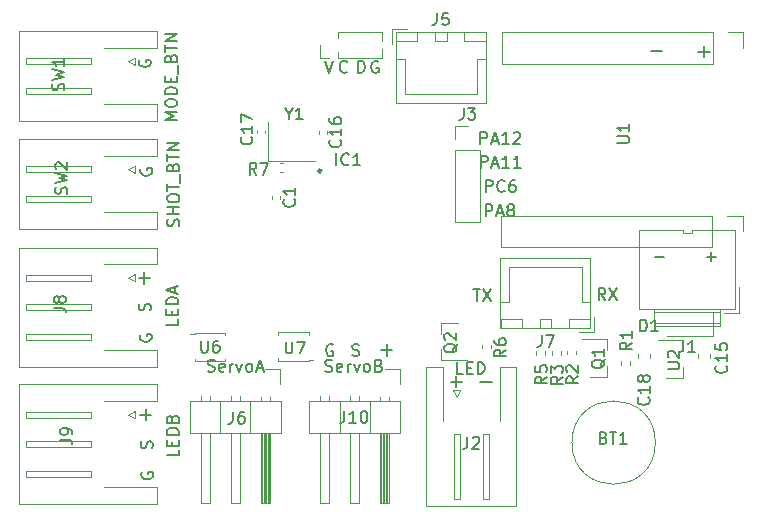
<source format=gto>
G04 #@! TF.GenerationSoftware,KiCad,Pcbnew,(5.1.10)-1*
G04 #@! TF.CreationDate,2021-05-29T18:44:49+08:00*
G04 #@! TF.ProjectId,Light_detector_V1.0,4c696768-745f-4646-9574-6563746f725f,rev?*
G04 #@! TF.SameCoordinates,Original*
G04 #@! TF.FileFunction,Legend,Top*
G04 #@! TF.FilePolarity,Positive*
%FSLAX46Y46*%
G04 Gerber Fmt 4.6, Leading zero omitted, Abs format (unit mm)*
G04 Created by KiCad (PCBNEW (5.1.10)-1) date 2021-05-29 18:44:49*
%MOMM*%
%LPD*%
G01*
G04 APERTURE LIST*
%ADD10C,0.152400*%
%ADD11C,0.203200*%
%ADD12C,0.120000*%
%ADD13C,0.250000*%
%ADD14C,0.150000*%
G04 APERTURE END LIST*
D10*
X76581384Y-42202019D02*
X77161956Y-42202019D01*
X76871670Y-43218019D02*
X76871670Y-42202019D01*
X77403860Y-42202019D02*
X78081194Y-43218019D01*
X78081194Y-42202019D02*
X77403860Y-43218019D01*
X87760166Y-43174839D02*
X87421500Y-42691029D01*
X87179595Y-43174839D02*
X87179595Y-42158839D01*
X87566642Y-42158839D01*
X87663404Y-42207220D01*
X87711785Y-42255600D01*
X87760166Y-42352362D01*
X87760166Y-42497505D01*
X87711785Y-42594267D01*
X87663404Y-42642648D01*
X87566642Y-42691029D01*
X87179595Y-42691029D01*
X88098833Y-42158839D02*
X88776166Y-43174839D01*
X88776166Y-42158839D02*
X88098833Y-43174839D01*
X91934112Y-39488331D02*
X92708207Y-39488331D01*
X96325772Y-39508651D02*
X97099867Y-39508651D01*
X96712820Y-39895699D02*
X96712820Y-39121603D01*
X49194258Y-44051985D02*
X49242639Y-43906842D01*
X49242639Y-43664938D01*
X49194258Y-43568176D01*
X49145877Y-43519795D01*
X49049115Y-43471414D01*
X48952353Y-43471414D01*
X48855591Y-43519795D01*
X48807210Y-43568176D01*
X48758829Y-43664938D01*
X48710448Y-43858461D01*
X48662067Y-43955223D01*
X48613686Y-44003604D01*
X48516924Y-44051985D01*
X48420162Y-44051985D01*
X48323400Y-44003604D01*
X48275020Y-43955223D01*
X48226639Y-43858461D01*
X48226639Y-43616557D01*
X48275020Y-43471414D01*
X49361898Y-55705505D02*
X49410279Y-55560362D01*
X49410279Y-55318458D01*
X49361898Y-55221696D01*
X49313517Y-55173315D01*
X49216755Y-55124934D01*
X49119993Y-55124934D01*
X49023231Y-55173315D01*
X48974850Y-55221696D01*
X48926469Y-55318458D01*
X48878088Y-55511981D01*
X48829707Y-55608743D01*
X48781326Y-55657124D01*
X48684564Y-55705505D01*
X48587802Y-55705505D01*
X48491040Y-55657124D01*
X48442660Y-55608743D01*
X48394279Y-55511981D01*
X48394279Y-55270077D01*
X48442660Y-55124934D01*
D11*
X48830554Y-53359029D02*
X48830554Y-52391410D01*
X49314363Y-52875220D02*
X48346744Y-52875220D01*
X48718794Y-41781709D02*
X48718794Y-40814090D01*
X49202603Y-41297900D02*
X48234984Y-41297900D01*
X78139009Y-50145445D02*
X77171390Y-50145445D01*
D10*
X75681257Y-49435939D02*
X75197447Y-49435939D01*
X75197447Y-48419939D01*
X76019923Y-48903748D02*
X76358590Y-48903748D01*
X76503733Y-49435939D02*
X76019923Y-49435939D01*
X76019923Y-48419939D01*
X76503733Y-48419939D01*
X76939161Y-49435939D02*
X76939161Y-48419939D01*
X77181066Y-48419939D01*
X77326209Y-48468320D01*
X77422971Y-48565081D01*
X77471352Y-48661843D01*
X77519733Y-48855367D01*
X77519733Y-49000510D01*
X77471352Y-49194034D01*
X77422971Y-49290796D01*
X77326209Y-49387558D01*
X77181066Y-49435939D01*
X76939161Y-49435939D01*
D11*
X75144954Y-50567569D02*
X75144954Y-49599950D01*
X75628763Y-50083760D02*
X74661144Y-50083760D01*
X92566209Y-22080985D02*
X91598590Y-22080985D01*
X96084714Y-22630109D02*
X96084714Y-21662490D01*
X96568523Y-22146300D02*
X95600904Y-22146300D01*
D10*
X77167157Y-29959219D02*
X77167157Y-28943219D01*
X77554204Y-28943219D01*
X77650966Y-28991600D01*
X77699347Y-29039980D01*
X77747728Y-29136742D01*
X77747728Y-29281885D01*
X77699347Y-29378647D01*
X77650966Y-29427028D01*
X77554204Y-29475409D01*
X77167157Y-29475409D01*
X78134776Y-29668933D02*
X78618585Y-29668933D01*
X78038014Y-29959219D02*
X78376680Y-28943219D01*
X78715347Y-29959219D01*
X79586204Y-29959219D02*
X79005633Y-29959219D01*
X79295919Y-29959219D02*
X79295919Y-28943219D01*
X79199157Y-29088361D01*
X79102395Y-29185123D01*
X79005633Y-29233504D01*
X79973252Y-29039980D02*
X80021633Y-28991600D01*
X80118395Y-28943219D01*
X80360300Y-28943219D01*
X80457061Y-28991600D01*
X80505442Y-29039980D01*
X80553823Y-29136742D01*
X80553823Y-29233504D01*
X80505442Y-29378647D01*
X79924871Y-29959219D01*
X80553823Y-29959219D01*
X77192557Y-31965819D02*
X77192557Y-30949819D01*
X77579604Y-30949819D01*
X77676366Y-30998200D01*
X77724747Y-31046580D01*
X77773128Y-31143342D01*
X77773128Y-31288485D01*
X77724747Y-31385247D01*
X77676366Y-31433628D01*
X77579604Y-31482009D01*
X77192557Y-31482009D01*
X78160176Y-31675533D02*
X78643985Y-31675533D01*
X78063414Y-31965819D02*
X78402080Y-30949819D01*
X78740747Y-31965819D01*
X79611604Y-31965819D02*
X79031033Y-31965819D01*
X79321319Y-31965819D02*
X79321319Y-30949819D01*
X79224557Y-31094961D01*
X79127795Y-31191723D01*
X79031033Y-31240104D01*
X80579223Y-31965819D02*
X79998652Y-31965819D01*
X80288938Y-31965819D02*
X80288938Y-30949819D01*
X80192176Y-31094961D01*
X80095414Y-31191723D01*
X79998652Y-31240104D01*
X77616495Y-34023219D02*
X77616495Y-33007219D01*
X78003542Y-33007219D01*
X78100304Y-33055600D01*
X78148685Y-33103980D01*
X78197066Y-33200742D01*
X78197066Y-33345885D01*
X78148685Y-33442647D01*
X78100304Y-33491028D01*
X78003542Y-33539409D01*
X77616495Y-33539409D01*
X79213066Y-33926457D02*
X79164685Y-33974838D01*
X79019542Y-34023219D01*
X78922780Y-34023219D01*
X78777638Y-33974838D01*
X78680876Y-33878076D01*
X78632495Y-33781314D01*
X78584114Y-33587790D01*
X78584114Y-33442647D01*
X78632495Y-33249123D01*
X78680876Y-33152361D01*
X78777638Y-33055600D01*
X78922780Y-33007219D01*
X79019542Y-33007219D01*
X79164685Y-33055600D01*
X79213066Y-33103980D01*
X80083923Y-33007219D02*
X79890400Y-33007219D01*
X79793638Y-33055600D01*
X79745257Y-33103980D01*
X79648495Y-33249123D01*
X79600114Y-33442647D01*
X79600114Y-33829695D01*
X79648495Y-33926457D01*
X79696876Y-33974838D01*
X79793638Y-34023219D01*
X79987161Y-34023219D01*
X80083923Y-33974838D01*
X80132304Y-33926457D01*
X80180685Y-33829695D01*
X80180685Y-33587790D01*
X80132304Y-33491028D01*
X80083923Y-33442647D01*
X79987161Y-33394266D01*
X79793638Y-33394266D01*
X79696876Y-33442647D01*
X79648495Y-33491028D01*
X79600114Y-33587790D01*
X77612866Y-36093319D02*
X77612866Y-35077319D01*
X77999914Y-35077319D01*
X78096676Y-35125700D01*
X78145057Y-35174080D01*
X78193438Y-35270842D01*
X78193438Y-35415985D01*
X78145057Y-35512747D01*
X78096676Y-35561128D01*
X77999914Y-35609509D01*
X77612866Y-35609509D01*
X78580485Y-35803033D02*
X79064295Y-35803033D01*
X78483723Y-36093319D02*
X78822390Y-35077319D01*
X79161057Y-36093319D01*
X79644866Y-35512747D02*
X79548104Y-35464366D01*
X79499723Y-35415985D01*
X79451342Y-35319223D01*
X79451342Y-35270842D01*
X79499723Y-35174080D01*
X79548104Y-35125700D01*
X79644866Y-35077319D01*
X79838390Y-35077319D01*
X79935152Y-35125700D01*
X79983533Y-35174080D01*
X80031914Y-35270842D01*
X80031914Y-35319223D01*
X79983533Y-35415985D01*
X79935152Y-35464366D01*
X79838390Y-35512747D01*
X79644866Y-35512747D01*
X79548104Y-35561128D01*
X79499723Y-35609509D01*
X79451342Y-35706271D01*
X79451342Y-35899795D01*
X79499723Y-35996557D01*
X79548104Y-36044938D01*
X79644866Y-36093319D01*
X79838390Y-36093319D01*
X79935152Y-36044938D01*
X79983533Y-35996557D01*
X80031914Y-35899795D01*
X80031914Y-35706271D01*
X79983533Y-35609509D01*
X79935152Y-35561128D01*
X79838390Y-35512747D01*
X51622619Y-55832142D02*
X51622619Y-56315952D01*
X50606619Y-56315952D01*
X51090428Y-55493476D02*
X51090428Y-55154809D01*
X51622619Y-55009666D02*
X51622619Y-55493476D01*
X50606619Y-55493476D01*
X50606619Y-55009666D01*
X51622619Y-54574238D02*
X50606619Y-54574238D01*
X50606619Y-54332333D01*
X50655000Y-54187190D01*
X50751761Y-54090428D01*
X50848523Y-54042047D01*
X51042047Y-53993666D01*
X51187190Y-53993666D01*
X51380714Y-54042047D01*
X51477476Y-54090428D01*
X51574238Y-54187190D01*
X51622619Y-54332333D01*
X51622619Y-54574238D01*
X51090428Y-53219571D02*
X51138809Y-53074428D01*
X51187190Y-53026047D01*
X51283952Y-52977666D01*
X51429095Y-52977666D01*
X51525857Y-53026047D01*
X51574238Y-53074428D01*
X51622619Y-53171190D01*
X51622619Y-53558238D01*
X50606619Y-53558238D01*
X50606619Y-53219571D01*
X50655000Y-53122809D01*
X50703380Y-53074428D01*
X50800142Y-53026047D01*
X50896904Y-53026047D01*
X50993666Y-53074428D01*
X51042047Y-53122809D01*
X51090428Y-53219571D01*
X51090428Y-53558238D01*
X51597219Y-44774071D02*
X51597219Y-45257880D01*
X50581219Y-45257880D01*
X51065028Y-44435404D02*
X51065028Y-44096738D01*
X51597219Y-43951595D02*
X51597219Y-44435404D01*
X50581219Y-44435404D01*
X50581219Y-43951595D01*
X51597219Y-43516166D02*
X50581219Y-43516166D01*
X50581219Y-43274261D01*
X50629600Y-43129119D01*
X50726361Y-43032357D01*
X50823123Y-42983976D01*
X51016647Y-42935595D01*
X51161790Y-42935595D01*
X51355314Y-42983976D01*
X51452076Y-43032357D01*
X51548838Y-43129119D01*
X51597219Y-43274261D01*
X51597219Y-43516166D01*
X51306933Y-42548547D02*
X51306933Y-42064738D01*
X51597219Y-42645309D02*
X50581219Y-42306642D01*
X51597219Y-41967976D01*
X54085814Y-49189438D02*
X54230957Y-49237819D01*
X54472861Y-49237819D01*
X54569623Y-49189438D01*
X54618004Y-49141057D01*
X54666385Y-49044295D01*
X54666385Y-48947533D01*
X54618004Y-48850771D01*
X54569623Y-48802390D01*
X54472861Y-48754009D01*
X54279338Y-48705628D01*
X54182576Y-48657247D01*
X54134195Y-48608866D01*
X54085814Y-48512104D01*
X54085814Y-48415342D01*
X54134195Y-48318580D01*
X54182576Y-48270200D01*
X54279338Y-48221819D01*
X54521242Y-48221819D01*
X54666385Y-48270200D01*
X55488861Y-49189438D02*
X55392100Y-49237819D01*
X55198576Y-49237819D01*
X55101814Y-49189438D01*
X55053433Y-49092676D01*
X55053433Y-48705628D01*
X55101814Y-48608866D01*
X55198576Y-48560485D01*
X55392100Y-48560485D01*
X55488861Y-48608866D01*
X55537242Y-48705628D01*
X55537242Y-48802390D01*
X55053433Y-48899152D01*
X55972671Y-49237819D02*
X55972671Y-48560485D01*
X55972671Y-48754009D02*
X56021052Y-48657247D01*
X56069433Y-48608866D01*
X56166195Y-48560485D01*
X56262957Y-48560485D01*
X56504861Y-48560485D02*
X56746766Y-49237819D01*
X56988671Y-48560485D01*
X57520861Y-49237819D02*
X57424100Y-49189438D01*
X57375719Y-49141057D01*
X57327338Y-49044295D01*
X57327338Y-48754009D01*
X57375719Y-48657247D01*
X57424100Y-48608866D01*
X57520861Y-48560485D01*
X57666004Y-48560485D01*
X57762766Y-48608866D01*
X57811147Y-48657247D01*
X57859528Y-48754009D01*
X57859528Y-49044295D01*
X57811147Y-49141057D01*
X57762766Y-49189438D01*
X57666004Y-49237819D01*
X57520861Y-49237819D01*
X58246576Y-48947533D02*
X58730385Y-48947533D01*
X58149814Y-49237819D02*
X58488480Y-48221819D01*
X58827147Y-49237819D01*
D11*
X69236914Y-47890409D02*
X69236914Y-46922790D01*
X69720723Y-47406600D02*
X68753104Y-47406600D01*
D10*
X66328614Y-47855938D02*
X66473757Y-47904319D01*
X66715661Y-47904319D01*
X66812423Y-47855938D01*
X66860804Y-47807557D01*
X66909185Y-47710795D01*
X66909185Y-47614033D01*
X66860804Y-47517271D01*
X66812423Y-47468890D01*
X66715661Y-47420509D01*
X66522138Y-47372128D01*
X66425376Y-47323747D01*
X66376995Y-47275366D01*
X66328614Y-47178604D01*
X66328614Y-47081842D01*
X66376995Y-46985080D01*
X66425376Y-46936700D01*
X66522138Y-46888319D01*
X66764042Y-46888319D01*
X66909185Y-46936700D01*
X64672655Y-46949400D02*
X64575893Y-46901019D01*
X64430750Y-46901019D01*
X64285607Y-46949400D01*
X64188845Y-47046161D01*
X64140464Y-47142923D01*
X64092083Y-47336447D01*
X64092083Y-47481590D01*
X64140464Y-47675114D01*
X64188845Y-47771876D01*
X64285607Y-47868638D01*
X64430750Y-47917019D01*
X64527512Y-47917019D01*
X64672655Y-47868638D01*
X64721036Y-47820257D01*
X64721036Y-47481590D01*
X64527512Y-47481590D01*
X48496000Y-57767864D02*
X48447619Y-57864626D01*
X48447619Y-58009769D01*
X48496000Y-58154912D01*
X48592761Y-58251674D01*
X48689523Y-58300055D01*
X48883047Y-58348436D01*
X49028190Y-58348436D01*
X49221714Y-58300055D01*
X49318476Y-58251674D01*
X49415238Y-58154912D01*
X49463619Y-58009769D01*
X49463619Y-57913007D01*
X49415238Y-57767864D01*
X49366857Y-57719483D01*
X49028190Y-57719483D01*
X49028190Y-57913007D01*
X48369000Y-46104184D02*
X48320619Y-46200946D01*
X48320619Y-46346089D01*
X48369000Y-46491232D01*
X48465761Y-46587994D01*
X48562523Y-46636375D01*
X48756047Y-46684756D01*
X48901190Y-46684756D01*
X49094714Y-46636375D01*
X49191476Y-46587994D01*
X49288238Y-46491232D01*
X49336619Y-46346089D01*
X49336619Y-46249327D01*
X49288238Y-46104184D01*
X49239857Y-46055803D01*
X48901190Y-46055803D01*
X48901190Y-46249327D01*
X48419800Y-32052904D02*
X48371419Y-32149666D01*
X48371419Y-32294809D01*
X48419800Y-32439952D01*
X48516561Y-32536714D01*
X48613323Y-32585095D01*
X48806847Y-32633476D01*
X48951990Y-32633476D01*
X49145514Y-32585095D01*
X49242276Y-32536714D01*
X49339038Y-32439952D01*
X49387419Y-32294809D01*
X49387419Y-32198047D01*
X49339038Y-32052904D01*
X49290657Y-32004523D01*
X48951990Y-32004523D01*
X48951990Y-32198047D01*
X48305500Y-22858104D02*
X48257119Y-22954866D01*
X48257119Y-23100009D01*
X48305500Y-23245152D01*
X48402261Y-23341914D01*
X48499023Y-23390295D01*
X48692547Y-23438676D01*
X48837690Y-23438676D01*
X49031214Y-23390295D01*
X49127976Y-23341914D01*
X49224738Y-23245152D01*
X49273119Y-23100009D01*
X49273119Y-23003247D01*
X49224738Y-22858104D01*
X49176357Y-22809723D01*
X48837690Y-22809723D01*
X48837690Y-23003247D01*
X51625038Y-36929100D02*
X51673419Y-36783957D01*
X51673419Y-36542052D01*
X51625038Y-36445290D01*
X51576657Y-36396909D01*
X51479895Y-36348528D01*
X51383133Y-36348528D01*
X51286371Y-36396909D01*
X51237990Y-36445290D01*
X51189609Y-36542052D01*
X51141228Y-36735576D01*
X51092847Y-36832338D01*
X51044466Y-36880719D01*
X50947704Y-36929100D01*
X50850942Y-36929100D01*
X50754180Y-36880719D01*
X50705800Y-36832338D01*
X50657419Y-36735576D01*
X50657419Y-36493671D01*
X50705800Y-36348528D01*
X51673419Y-35913100D02*
X50657419Y-35913100D01*
X51141228Y-35913100D02*
X51141228Y-35332528D01*
X51673419Y-35332528D02*
X50657419Y-35332528D01*
X50657419Y-34655195D02*
X50657419Y-34461671D01*
X50705800Y-34364909D01*
X50802561Y-34268147D01*
X50996085Y-34219766D01*
X51334752Y-34219766D01*
X51528276Y-34268147D01*
X51625038Y-34364909D01*
X51673419Y-34461671D01*
X51673419Y-34655195D01*
X51625038Y-34751957D01*
X51528276Y-34848719D01*
X51334752Y-34897100D01*
X50996085Y-34897100D01*
X50802561Y-34848719D01*
X50705800Y-34751957D01*
X50657419Y-34655195D01*
X50657419Y-33929480D02*
X50657419Y-33348909D01*
X51673419Y-33639195D02*
X50657419Y-33639195D01*
X51770180Y-33252147D02*
X51770180Y-32478052D01*
X51141228Y-31897480D02*
X51189609Y-31752338D01*
X51237990Y-31703957D01*
X51334752Y-31655576D01*
X51479895Y-31655576D01*
X51576657Y-31703957D01*
X51625038Y-31752338D01*
X51673419Y-31849100D01*
X51673419Y-32236147D01*
X50657419Y-32236147D01*
X50657419Y-31897480D01*
X50705800Y-31800719D01*
X50754180Y-31752338D01*
X50850942Y-31703957D01*
X50947704Y-31703957D01*
X51044466Y-31752338D01*
X51092847Y-31800719D01*
X51141228Y-31897480D01*
X51141228Y-32236147D01*
X50657419Y-31365290D02*
X50657419Y-30784719D01*
X51673419Y-31075004D02*
X50657419Y-31075004D01*
X51673419Y-30446052D02*
X50657419Y-30446052D01*
X51673419Y-29865480D01*
X50657419Y-29865480D01*
X51495619Y-27945361D02*
X50479619Y-27945361D01*
X51205333Y-27606695D01*
X50479619Y-27268028D01*
X51495619Y-27268028D01*
X50479619Y-26590695D02*
X50479619Y-26397171D01*
X50528000Y-26300409D01*
X50624761Y-26203647D01*
X50818285Y-26155266D01*
X51156952Y-26155266D01*
X51350476Y-26203647D01*
X51447238Y-26300409D01*
X51495619Y-26397171D01*
X51495619Y-26590695D01*
X51447238Y-26687457D01*
X51350476Y-26784219D01*
X51156952Y-26832600D01*
X50818285Y-26832600D01*
X50624761Y-26784219D01*
X50528000Y-26687457D01*
X50479619Y-26590695D01*
X51495619Y-25719838D02*
X50479619Y-25719838D01*
X50479619Y-25477933D01*
X50528000Y-25332790D01*
X50624761Y-25236028D01*
X50721523Y-25187647D01*
X50915047Y-25139266D01*
X51060190Y-25139266D01*
X51253714Y-25187647D01*
X51350476Y-25236028D01*
X51447238Y-25332790D01*
X51495619Y-25477933D01*
X51495619Y-25719838D01*
X50963428Y-24703838D02*
X50963428Y-24365171D01*
X51495619Y-24220028D02*
X51495619Y-24703838D01*
X50479619Y-24703838D01*
X50479619Y-24220028D01*
X51592380Y-24026504D02*
X51592380Y-23252409D01*
X50963428Y-22671838D02*
X51011809Y-22526695D01*
X51060190Y-22478314D01*
X51156952Y-22429933D01*
X51302095Y-22429933D01*
X51398857Y-22478314D01*
X51447238Y-22526695D01*
X51495619Y-22623457D01*
X51495619Y-23010504D01*
X50479619Y-23010504D01*
X50479619Y-22671838D01*
X50528000Y-22575076D01*
X50576380Y-22526695D01*
X50673142Y-22478314D01*
X50769904Y-22478314D01*
X50866666Y-22526695D01*
X50915047Y-22575076D01*
X50963428Y-22671838D01*
X50963428Y-23010504D01*
X50479619Y-22139647D02*
X50479619Y-21559076D01*
X51495619Y-21849361D02*
X50479619Y-21849361D01*
X51495619Y-21220409D02*
X50479619Y-21220409D01*
X51495619Y-20639838D01*
X50479619Y-20639838D01*
X63981533Y-22923419D02*
X64320200Y-23939419D01*
X64658866Y-22923419D01*
X68497895Y-22984500D02*
X68401133Y-22936119D01*
X68255990Y-22936119D01*
X68110847Y-22984500D01*
X68014085Y-23081261D01*
X67965704Y-23178023D01*
X67917323Y-23371547D01*
X67917323Y-23516690D01*
X67965704Y-23710214D01*
X68014085Y-23806976D01*
X68110847Y-23903738D01*
X68255990Y-23952119D01*
X68352752Y-23952119D01*
X68497895Y-23903738D01*
X68546276Y-23855357D01*
X68546276Y-23516690D01*
X68352752Y-23516690D01*
X66797304Y-23926719D02*
X66797304Y-22910719D01*
X67039209Y-22910719D01*
X67184352Y-22959100D01*
X67281114Y-23055861D01*
X67329495Y-23152623D01*
X67377876Y-23346147D01*
X67377876Y-23491290D01*
X67329495Y-23684814D01*
X67281114Y-23781576D01*
X67184352Y-23878338D01*
X67039209Y-23926719D01*
X66797304Y-23926719D01*
X65891976Y-23829957D02*
X65843595Y-23878338D01*
X65698452Y-23926719D01*
X65601690Y-23926719D01*
X65456547Y-23878338D01*
X65359785Y-23781576D01*
X65311404Y-23684814D01*
X65263023Y-23491290D01*
X65263023Y-23346147D01*
X65311404Y-23152623D01*
X65359785Y-23055861D01*
X65456547Y-22959100D01*
X65601690Y-22910719D01*
X65698452Y-22910719D01*
X65843595Y-22959100D01*
X65891976Y-23007480D01*
X64033542Y-49202138D02*
X64178685Y-49250519D01*
X64420590Y-49250519D01*
X64517352Y-49202138D01*
X64565733Y-49153757D01*
X64614114Y-49056995D01*
X64614114Y-48960233D01*
X64565733Y-48863471D01*
X64517352Y-48815090D01*
X64420590Y-48766709D01*
X64227066Y-48718328D01*
X64130304Y-48669947D01*
X64081923Y-48621566D01*
X64033542Y-48524804D01*
X64033542Y-48428042D01*
X64081923Y-48331280D01*
X64130304Y-48282900D01*
X64227066Y-48234519D01*
X64468971Y-48234519D01*
X64614114Y-48282900D01*
X65436590Y-49202138D02*
X65339828Y-49250519D01*
X65146304Y-49250519D01*
X65049542Y-49202138D01*
X65001161Y-49105376D01*
X65001161Y-48718328D01*
X65049542Y-48621566D01*
X65146304Y-48573185D01*
X65339828Y-48573185D01*
X65436590Y-48621566D01*
X65484971Y-48718328D01*
X65484971Y-48815090D01*
X65001161Y-48911852D01*
X65920400Y-49250519D02*
X65920400Y-48573185D01*
X65920400Y-48766709D02*
X65968780Y-48669947D01*
X66017161Y-48621566D01*
X66113923Y-48573185D01*
X66210685Y-48573185D01*
X66452590Y-48573185D02*
X66694495Y-49250519D01*
X66936400Y-48573185D01*
X67468590Y-49250519D02*
X67371828Y-49202138D01*
X67323447Y-49153757D01*
X67275066Y-49056995D01*
X67275066Y-48766709D01*
X67323447Y-48669947D01*
X67371828Y-48621566D01*
X67468590Y-48573185D01*
X67613733Y-48573185D01*
X67710495Y-48621566D01*
X67758876Y-48669947D01*
X67807257Y-48766709D01*
X67807257Y-49056995D01*
X67758876Y-49153757D01*
X67710495Y-49202138D01*
X67613733Y-49250519D01*
X67468590Y-49250519D01*
X68581352Y-48718328D02*
X68726495Y-48766709D01*
X68774876Y-48815090D01*
X68823257Y-48911852D01*
X68823257Y-49056995D01*
X68774876Y-49153757D01*
X68726495Y-49202138D01*
X68629733Y-49250519D01*
X68242685Y-49250519D01*
X68242685Y-48234519D01*
X68581352Y-48234519D01*
X68678114Y-48282900D01*
X68726495Y-48331280D01*
X68774876Y-48428042D01*
X68774876Y-48524804D01*
X68726495Y-48621566D01*
X68678114Y-48669947D01*
X68581352Y-48718328D01*
X68242685Y-48718328D01*
D12*
X95570360Y-47779100D02*
X95570360Y-48060260D01*
X96590360Y-47779100D02*
X96590360Y-48060260D01*
X96853340Y-46222200D02*
X96853340Y-44222200D01*
X96853340Y-44222200D02*
X93003340Y-44222200D01*
X96853340Y-46222200D02*
X93003340Y-46222200D01*
X86491540Y-45563840D02*
X86491540Y-39593840D01*
X86491540Y-39593840D02*
X78871540Y-39593840D01*
X78871540Y-39593840D02*
X78871540Y-45563840D01*
X78871540Y-45563840D02*
X86491540Y-45563840D01*
X83181540Y-45553840D02*
X83181540Y-44803840D01*
X83181540Y-44803840D02*
X82181540Y-44803840D01*
X82181540Y-44803840D02*
X82181540Y-45553840D01*
X82181540Y-45553840D02*
X83181540Y-45553840D01*
X86481540Y-45553840D02*
X86481540Y-44803840D01*
X86481540Y-44803840D02*
X84681540Y-44803840D01*
X84681540Y-44803840D02*
X84681540Y-45553840D01*
X84681540Y-45553840D02*
X86481540Y-45553840D01*
X80681540Y-45553840D02*
X80681540Y-44803840D01*
X80681540Y-44803840D02*
X78881540Y-44803840D01*
X78881540Y-44803840D02*
X78881540Y-45553840D01*
X78881540Y-45553840D02*
X80681540Y-45553840D01*
X86481540Y-43303840D02*
X85731540Y-43303840D01*
X85731540Y-43303840D02*
X85731540Y-40353840D01*
X85731540Y-40353840D02*
X82681540Y-40353840D01*
X78881540Y-43303840D02*
X79631540Y-43303840D01*
X79631540Y-43303840D02*
X79631540Y-40353840D01*
X79631540Y-40353840D02*
X82681540Y-40353840D01*
X85531540Y-45853840D02*
X86781540Y-45853840D01*
X86781540Y-45853840D02*
X86781540Y-44603840D01*
X99427120Y-20493720D02*
X99427120Y-21823720D01*
X96827120Y-20493720D02*
X96827120Y-23153720D01*
X96827120Y-23153720D02*
X78987120Y-23153720D01*
X78987120Y-20493720D02*
X78987120Y-23153720D01*
X96827120Y-20493720D02*
X78987120Y-20493720D01*
X98097120Y-20493720D02*
X99427120Y-20493720D01*
X99376320Y-36038520D02*
X99376320Y-37368520D01*
X96776320Y-36038520D02*
X96776320Y-38698520D01*
X96776320Y-38698520D02*
X78936320Y-38698520D01*
X78936320Y-36038520D02*
X78936320Y-38698520D01*
X96776320Y-36038520D02*
X78936320Y-36038520D01*
X98046320Y-36038520D02*
X99376320Y-36038520D01*
X70010120Y-20506720D02*
X70010120Y-26476720D01*
X70010120Y-26476720D02*
X77630120Y-26476720D01*
X77630120Y-26476720D02*
X77630120Y-20506720D01*
X77630120Y-20506720D02*
X70010120Y-20506720D01*
X73320120Y-20516720D02*
X73320120Y-21266720D01*
X73320120Y-21266720D02*
X74320120Y-21266720D01*
X74320120Y-21266720D02*
X74320120Y-20516720D01*
X74320120Y-20516720D02*
X73320120Y-20516720D01*
X70020120Y-20516720D02*
X70020120Y-21266720D01*
X70020120Y-21266720D02*
X71820120Y-21266720D01*
X71820120Y-21266720D02*
X71820120Y-20516720D01*
X71820120Y-20516720D02*
X70020120Y-20516720D01*
X75820120Y-20516720D02*
X75820120Y-21266720D01*
X75820120Y-21266720D02*
X77620120Y-21266720D01*
X77620120Y-21266720D02*
X77620120Y-20516720D01*
X77620120Y-20516720D02*
X75820120Y-20516720D01*
X70020120Y-22766720D02*
X70770120Y-22766720D01*
X70770120Y-22766720D02*
X70770120Y-25716720D01*
X70770120Y-25716720D02*
X73820120Y-25716720D01*
X77620120Y-22766720D02*
X76870120Y-22766720D01*
X76870120Y-22766720D02*
X76870120Y-25716720D01*
X76870120Y-25716720D02*
X73820120Y-25716720D01*
X70970120Y-20216720D02*
X69720120Y-20216720D01*
X69720120Y-20216720D02*
X69720120Y-21466720D01*
X99093440Y-44242120D02*
X99093440Y-42042120D01*
X97793440Y-44242120D02*
X99093440Y-44242120D01*
X94303440Y-37212120D02*
X90623440Y-37212120D01*
X95073440Y-37212120D02*
X98753440Y-37212120D01*
X95073440Y-37212120D02*
X95073440Y-37472120D01*
X95073440Y-37472120D02*
X94303440Y-37472120D01*
X94303440Y-37472120D02*
X94303440Y-37212120D01*
X97483440Y-44202120D02*
X91893440Y-44202120D01*
X97483440Y-45092120D02*
X91893440Y-45092120D01*
X90623440Y-43952120D02*
X90623440Y-42042120D01*
X98753440Y-43952120D02*
X98753440Y-42042120D01*
X97483440Y-45342120D02*
X91893440Y-45342120D01*
X91893440Y-43952120D02*
X91893440Y-45342120D01*
X97483440Y-43952120D02*
X97483440Y-45342120D01*
X98753440Y-43952120D02*
X90623440Y-43952120D01*
X98753440Y-42042120D02*
X98753440Y-37212120D01*
X90623440Y-37212120D02*
X90623440Y-42042120D01*
X75020400Y-36559600D02*
X77140400Y-36559600D01*
X75020400Y-30499600D02*
X75020400Y-36559600D01*
X77140400Y-30499600D02*
X77140400Y-36559600D01*
X75020400Y-30499600D02*
X77140400Y-30499600D01*
X75020400Y-29499600D02*
X75020400Y-28439600D01*
X75020400Y-28439600D02*
X76080400Y-28439600D01*
X87927500Y-49647000D02*
X87927500Y-48717000D01*
X87927500Y-46487000D02*
X87927500Y-47417000D01*
X87927500Y-46487000D02*
X85767500Y-46487000D01*
X87927500Y-49647000D02*
X86467500Y-49647000D01*
X38093600Y-33340400D02*
X38093600Y-29530400D01*
X38093600Y-29530400D02*
X49813600Y-29530400D01*
X49813600Y-29530400D02*
X49813600Y-30950400D01*
X49813600Y-30950400D02*
X45313600Y-30950400D01*
X38093600Y-33340400D02*
X38093600Y-37150400D01*
X38093600Y-37150400D02*
X49813600Y-37150400D01*
X49813600Y-37150400D02*
X49813600Y-35730400D01*
X49813600Y-35730400D02*
X45313600Y-35730400D01*
X44203600Y-31840400D02*
X38703600Y-31840400D01*
X38703600Y-31840400D02*
X38703600Y-32340400D01*
X38703600Y-32340400D02*
X44203600Y-32340400D01*
X44203600Y-32340400D02*
X44203600Y-31840400D01*
X44203600Y-34340400D02*
X38703600Y-34340400D01*
X38703600Y-34340400D02*
X38703600Y-34840400D01*
X38703600Y-34840400D02*
X44203600Y-34840400D01*
X44203600Y-34840400D02*
X44203600Y-34340400D01*
X47303600Y-32090400D02*
X47903600Y-31790400D01*
X47903600Y-31790400D02*
X47903600Y-32390400D01*
X47903600Y-32390400D02*
X47303600Y-32090400D01*
X38093600Y-24196400D02*
X38093600Y-20386400D01*
X38093600Y-20386400D02*
X49813600Y-20386400D01*
X49813600Y-20386400D02*
X49813600Y-21806400D01*
X49813600Y-21806400D02*
X45313600Y-21806400D01*
X38093600Y-24196400D02*
X38093600Y-28006400D01*
X38093600Y-28006400D02*
X49813600Y-28006400D01*
X49813600Y-28006400D02*
X49813600Y-26586400D01*
X49813600Y-26586400D02*
X45313600Y-26586400D01*
X44203600Y-22696400D02*
X38703600Y-22696400D01*
X38703600Y-22696400D02*
X38703600Y-23196400D01*
X38703600Y-23196400D02*
X44203600Y-23196400D01*
X44203600Y-23196400D02*
X44203600Y-22696400D01*
X44203600Y-25196400D02*
X38703600Y-25196400D01*
X38703600Y-25196400D02*
X38703600Y-25696400D01*
X38703600Y-25696400D02*
X44203600Y-25696400D01*
X44203600Y-25696400D02*
X44203600Y-25196400D01*
X47303600Y-22946400D02*
X47903600Y-22646400D01*
X47903600Y-22646400D02*
X47903600Y-23246400D01*
X47903600Y-23246400D02*
X47303600Y-22946400D01*
X38093600Y-55367600D02*
X38093600Y-50307600D01*
X38093600Y-50307600D02*
X49813600Y-50307600D01*
X49813600Y-50307600D02*
X49813600Y-51727600D01*
X49813600Y-51727600D02*
X45313600Y-51727600D01*
X38093600Y-55367600D02*
X38093600Y-60427600D01*
X38093600Y-60427600D02*
X49813600Y-60427600D01*
X49813600Y-60427600D02*
X49813600Y-59007600D01*
X49813600Y-59007600D02*
X45313600Y-59007600D01*
X44203600Y-52617600D02*
X38703600Y-52617600D01*
X38703600Y-52617600D02*
X38703600Y-53117600D01*
X38703600Y-53117600D02*
X44203600Y-53117600D01*
X44203600Y-53117600D02*
X44203600Y-52617600D01*
X44203600Y-55117600D02*
X38703600Y-55117600D01*
X38703600Y-55117600D02*
X38703600Y-55617600D01*
X38703600Y-55617600D02*
X44203600Y-55617600D01*
X44203600Y-55617600D02*
X44203600Y-55117600D01*
X44203600Y-57617600D02*
X38703600Y-57617600D01*
X38703600Y-57617600D02*
X38703600Y-58117600D01*
X38703600Y-58117600D02*
X44203600Y-58117600D01*
X44203600Y-58117600D02*
X44203600Y-57617600D01*
X47303600Y-52867600D02*
X47903600Y-52567600D01*
X47903600Y-52567600D02*
X47903600Y-53167600D01*
X47903600Y-53167600D02*
X47303600Y-52867600D01*
X38093600Y-43785200D02*
X38093600Y-38725200D01*
X38093600Y-38725200D02*
X49813600Y-38725200D01*
X49813600Y-38725200D02*
X49813600Y-40145200D01*
X49813600Y-40145200D02*
X45313600Y-40145200D01*
X38093600Y-43785200D02*
X38093600Y-48845200D01*
X38093600Y-48845200D02*
X49813600Y-48845200D01*
X49813600Y-48845200D02*
X49813600Y-47425200D01*
X49813600Y-47425200D02*
X45313600Y-47425200D01*
X44203600Y-41035200D02*
X38703600Y-41035200D01*
X38703600Y-41035200D02*
X38703600Y-41535200D01*
X38703600Y-41535200D02*
X44203600Y-41535200D01*
X44203600Y-41535200D02*
X44203600Y-41035200D01*
X44203600Y-43535200D02*
X38703600Y-43535200D01*
X38703600Y-43535200D02*
X38703600Y-44035200D01*
X38703600Y-44035200D02*
X44203600Y-44035200D01*
X44203600Y-44035200D02*
X44203600Y-43535200D01*
X44203600Y-46035200D02*
X38703600Y-46035200D01*
X38703600Y-46035200D02*
X38703600Y-46535200D01*
X38703600Y-46535200D02*
X44203600Y-46535200D01*
X44203600Y-46535200D02*
X44203600Y-46035200D01*
X47303600Y-41285200D02*
X47903600Y-40985200D01*
X47903600Y-40985200D02*
X47903600Y-41585200D01*
X47903600Y-41585200D02*
X47303600Y-41285200D01*
X76416000Y-60603000D02*
X72606000Y-60603000D01*
X72606000Y-60603000D02*
X72606000Y-48883000D01*
X72606000Y-48883000D02*
X74026000Y-48883000D01*
X74026000Y-48883000D02*
X74026000Y-53383000D01*
X76416000Y-60603000D02*
X80226000Y-60603000D01*
X80226000Y-60603000D02*
X80226000Y-48883000D01*
X80226000Y-48883000D02*
X78806000Y-48883000D01*
X78806000Y-48883000D02*
X78806000Y-53383000D01*
X74916000Y-54493000D02*
X74916000Y-59993000D01*
X74916000Y-59993000D02*
X75416000Y-59993000D01*
X75416000Y-59993000D02*
X75416000Y-54493000D01*
X75416000Y-54493000D02*
X74916000Y-54493000D01*
X77416000Y-54493000D02*
X77416000Y-59993000D01*
X77416000Y-59993000D02*
X77916000Y-59993000D01*
X77916000Y-59993000D02*
X77916000Y-54493000D01*
X77916000Y-54493000D02*
X77416000Y-54493000D01*
X75166000Y-51393000D02*
X74866000Y-50793000D01*
X74866000Y-50793000D02*
X75466000Y-50793000D01*
X75466000Y-50793000D02*
X75166000Y-51393000D01*
X59196000Y-31403600D02*
X63196000Y-31403600D01*
X59196000Y-28103600D02*
X59196000Y-31403600D01*
X62623000Y-45914500D02*
X60023000Y-45914500D01*
X60023000Y-45914500D02*
X60023000Y-46114500D01*
X60023000Y-48114500D02*
X60023000Y-48314500D01*
X60023000Y-48314500D02*
X62623000Y-48314500D01*
X62623000Y-48314500D02*
X62623000Y-48214500D01*
X62623000Y-48214500D02*
X63023000Y-48214500D01*
X62623000Y-45914500D02*
X62623000Y-46114500D01*
X52987200Y-48327200D02*
X55587200Y-48327200D01*
X55587200Y-48327200D02*
X55587200Y-48127200D01*
X55587200Y-46127200D02*
X55587200Y-45927200D01*
X55587200Y-45927200D02*
X52987200Y-45927200D01*
X52987200Y-45927200D02*
X52987200Y-46027200D01*
X52987200Y-46027200D02*
X52587200Y-46027200D01*
X52987200Y-48327200D02*
X52987200Y-48127200D01*
X94325760Y-49753680D02*
X92865760Y-49753680D01*
X94325760Y-46593680D02*
X92165760Y-46593680D01*
X94325760Y-46593680D02*
X94325760Y-47523680D01*
X94325760Y-49753680D02*
X94325760Y-48823680D01*
X60178759Y-32368800D02*
X60486041Y-32368800D01*
X60178759Y-31608800D02*
X60486041Y-31608800D01*
X77326000Y-46960859D02*
X77326000Y-47268141D01*
X78086000Y-46960859D02*
X78086000Y-47268141D01*
X82658000Y-47788841D02*
X82658000Y-47481559D01*
X81898000Y-47788841D02*
X81898000Y-47481559D01*
X83978800Y-47788841D02*
X83978800Y-47481559D01*
X83218800Y-47788841D02*
X83218800Y-47481559D01*
X85261500Y-47776141D02*
X85261500Y-47468859D01*
X84501500Y-47776141D02*
X84501500Y-47468859D01*
X89111600Y-48345159D02*
X89111600Y-48652441D01*
X89871600Y-48345159D02*
X89871600Y-48652441D01*
X73834500Y-45090000D02*
X75294500Y-45090000D01*
X73834500Y-48250000D02*
X75994500Y-48250000D01*
X73834500Y-48250000D02*
X73834500Y-47320000D01*
X73834500Y-45090000D02*
X73834500Y-46020000D01*
X70340000Y-49019500D02*
X70340000Y-50289500D01*
X69070000Y-49019500D02*
X70340000Y-49019500D01*
X63610000Y-51332429D02*
X63610000Y-51729500D01*
X64370000Y-51332429D02*
X64370000Y-51729500D01*
X63610000Y-60389500D02*
X63610000Y-54389500D01*
X64370000Y-60389500D02*
X63610000Y-60389500D01*
X64370000Y-54389500D02*
X64370000Y-60389500D01*
X65260000Y-51729500D02*
X65260000Y-54389500D01*
X66150000Y-51332429D02*
X66150000Y-51729500D01*
X66910000Y-51332429D02*
X66910000Y-51729500D01*
X66150000Y-60389500D02*
X66150000Y-54389500D01*
X66910000Y-60389500D02*
X66150000Y-60389500D01*
X66910000Y-54389500D02*
X66910000Y-60389500D01*
X67800000Y-51729500D02*
X67800000Y-54389500D01*
X68690000Y-51399500D02*
X68690000Y-51729500D01*
X69450000Y-51399500D02*
X69450000Y-51729500D01*
X68790000Y-54389500D02*
X68790000Y-60389500D01*
X68910000Y-54389500D02*
X68910000Y-60389500D01*
X69030000Y-54389500D02*
X69030000Y-60389500D01*
X69150000Y-54389500D02*
X69150000Y-60389500D01*
X69270000Y-54389500D02*
X69270000Y-60389500D01*
X69390000Y-54389500D02*
X69390000Y-60389500D01*
X68690000Y-60389500D02*
X68690000Y-54389500D01*
X69450000Y-60389500D02*
X68690000Y-60389500D01*
X69450000Y-54389500D02*
X69450000Y-60389500D01*
X70400000Y-54389500D02*
X70400000Y-51729500D01*
X62660000Y-54389500D02*
X70400000Y-54389500D01*
X62660000Y-51729500D02*
X62660000Y-54389500D01*
X70400000Y-51729500D02*
X62660000Y-51729500D01*
X60243500Y-49019500D02*
X60243500Y-50289500D01*
X58973500Y-49019500D02*
X60243500Y-49019500D01*
X53513500Y-51332429D02*
X53513500Y-51729500D01*
X54273500Y-51332429D02*
X54273500Y-51729500D01*
X53513500Y-60389500D02*
X53513500Y-54389500D01*
X54273500Y-60389500D02*
X53513500Y-60389500D01*
X54273500Y-54389500D02*
X54273500Y-60389500D01*
X55163500Y-51729500D02*
X55163500Y-54389500D01*
X56053500Y-51332429D02*
X56053500Y-51729500D01*
X56813500Y-51332429D02*
X56813500Y-51729500D01*
X56053500Y-60389500D02*
X56053500Y-54389500D01*
X56813500Y-60389500D02*
X56053500Y-60389500D01*
X56813500Y-54389500D02*
X56813500Y-60389500D01*
X57703500Y-51729500D02*
X57703500Y-54389500D01*
X58593500Y-51399500D02*
X58593500Y-51729500D01*
X59353500Y-51399500D02*
X59353500Y-51729500D01*
X58693500Y-54389500D02*
X58693500Y-60389500D01*
X58813500Y-54389500D02*
X58813500Y-60389500D01*
X58933500Y-54389500D02*
X58933500Y-60389500D01*
X59053500Y-54389500D02*
X59053500Y-60389500D01*
X59173500Y-54389500D02*
X59173500Y-60389500D01*
X59293500Y-54389500D02*
X59293500Y-60389500D01*
X58593500Y-60389500D02*
X58593500Y-54389500D01*
X59353500Y-60389500D02*
X58593500Y-60389500D01*
X59353500Y-54389500D02*
X59353500Y-60389500D01*
X60303500Y-54389500D02*
X60303500Y-51729500D01*
X52563500Y-54389500D02*
X60303500Y-54389500D01*
X52563500Y-51729500D02*
X52563500Y-54389500D01*
X60303500Y-51729500D02*
X52563500Y-51729500D01*
X63585600Y-22684800D02*
X63585600Y-21574800D01*
X64345600Y-22684800D02*
X63585600Y-22684800D01*
X65105600Y-21011329D02*
X65105600Y-20464800D01*
X65105600Y-22684800D02*
X65105600Y-22138271D01*
X65105600Y-20464800D02*
X68850600Y-20464800D01*
X65105600Y-22684800D02*
X68850600Y-22684800D01*
X68850600Y-21267270D02*
X68850600Y-20464800D01*
X68850600Y-22684800D02*
X68850600Y-21882330D01*
D13*
X63695400Y-32228000D02*
G75*
G03*
X63695400Y-32228000I-125000J0D01*
G01*
D12*
X91535760Y-48060260D02*
X91535760Y-47779100D01*
X90515760Y-48060260D02*
X90515760Y-47779100D01*
X58245200Y-28832964D02*
X58245200Y-29048636D01*
X58965200Y-28832964D02*
X58965200Y-29048636D01*
X63477600Y-28883764D02*
X63477600Y-29099436D01*
X64197600Y-28883764D02*
X64197600Y-29099436D01*
X59515200Y-34370164D02*
X59515200Y-34585836D01*
X60235200Y-34370164D02*
X60235200Y-34585836D01*
X91984000Y-55242500D02*
G75*
G03*
X91984000Y-55242500I-3530000J0D01*
G01*
D14*
X97964042Y-48732717D02*
X98011661Y-48780336D01*
X98059280Y-48923193D01*
X98059280Y-49018431D01*
X98011661Y-49161288D01*
X97916423Y-49256526D01*
X97821185Y-49304145D01*
X97630709Y-49351764D01*
X97487852Y-49351764D01*
X97297376Y-49304145D01*
X97202138Y-49256526D01*
X97106900Y-49161288D01*
X97059280Y-49018431D01*
X97059280Y-48923193D01*
X97106900Y-48780336D01*
X97154519Y-48732717D01*
X98059280Y-47780336D02*
X98059280Y-48351764D01*
X98059280Y-48066050D02*
X97059280Y-48066050D01*
X97202138Y-48161288D01*
X97297376Y-48256526D01*
X97344995Y-48351764D01*
X97059280Y-46875574D02*
X97059280Y-47351764D01*
X97535471Y-47399383D01*
X97487852Y-47351764D01*
X97440233Y-47256526D01*
X97440233Y-47018431D01*
X97487852Y-46923193D01*
X97535471Y-46875574D01*
X97630709Y-46827955D01*
X97868804Y-46827955D01*
X97964042Y-46875574D01*
X98011661Y-46923193D01*
X98059280Y-47018431D01*
X98059280Y-47256526D01*
X98011661Y-47351764D01*
X97964042Y-47399383D01*
X90686444Y-45832060D02*
X90686444Y-44832060D01*
X90924540Y-44832060D01*
X91067397Y-44879680D01*
X91162635Y-44974918D01*
X91210254Y-45070156D01*
X91257873Y-45260632D01*
X91257873Y-45403489D01*
X91210254Y-45593965D01*
X91162635Y-45689203D01*
X91067397Y-45784441D01*
X90924540Y-45832060D01*
X90686444Y-45832060D01*
X92210254Y-45832060D02*
X91638825Y-45832060D01*
X91924540Y-45832060D02*
X91924540Y-44832060D01*
X91829301Y-44974918D01*
X91734063Y-45070156D01*
X91638825Y-45117775D01*
X82348206Y-46106220D02*
X82348206Y-46820506D01*
X82300587Y-46963363D01*
X82205349Y-47058601D01*
X82062492Y-47106220D01*
X81967254Y-47106220D01*
X82729159Y-46106220D02*
X83395825Y-46106220D01*
X82967254Y-47106220D01*
X88766180Y-29860184D02*
X89575704Y-29860184D01*
X89670942Y-29812565D01*
X89718561Y-29764946D01*
X89766180Y-29669708D01*
X89766180Y-29479232D01*
X89718561Y-29383994D01*
X89670942Y-29336375D01*
X89575704Y-29288756D01*
X88766180Y-29288756D01*
X89766180Y-28288756D02*
X89766180Y-28860184D01*
X89766180Y-28574470D02*
X88766180Y-28574470D01*
X88909038Y-28669708D01*
X89004276Y-28764946D01*
X89051895Y-28860184D01*
X73486786Y-18869100D02*
X73486786Y-19583386D01*
X73439167Y-19726243D01*
X73343929Y-19821481D01*
X73201072Y-19869100D01*
X73105834Y-19869100D01*
X74439167Y-18869100D02*
X73962977Y-18869100D01*
X73915358Y-19345291D01*
X73962977Y-19297672D01*
X74058215Y-19250053D01*
X74296310Y-19250053D01*
X74391548Y-19297672D01*
X74439167Y-19345291D01*
X74486786Y-19440529D01*
X74486786Y-19678624D01*
X74439167Y-19773862D01*
X74391548Y-19821481D01*
X74296310Y-19869100D01*
X74058215Y-19869100D01*
X73962977Y-19821481D01*
X73915358Y-19773862D01*
X94350106Y-46574500D02*
X94350106Y-47288786D01*
X94302487Y-47431643D01*
X94207249Y-47526881D01*
X94064392Y-47574500D01*
X93969154Y-47574500D01*
X95350106Y-47574500D02*
X94778678Y-47574500D01*
X95064392Y-47574500D02*
X95064392Y-46574500D01*
X94969154Y-46717358D01*
X94873916Y-46812596D01*
X94778678Y-46860215D01*
X75747066Y-26891980D02*
X75747066Y-27606266D01*
X75699447Y-27749123D01*
X75604209Y-27844361D01*
X75461352Y-27891980D01*
X75366114Y-27891980D01*
X76128019Y-26891980D02*
X76747066Y-26891980D01*
X76413733Y-27272933D01*
X76556590Y-27272933D01*
X76651828Y-27320552D01*
X76699447Y-27368171D01*
X76747066Y-27463409D01*
X76747066Y-27701504D01*
X76699447Y-27796742D01*
X76651828Y-27844361D01*
X76556590Y-27891980D01*
X76270876Y-27891980D01*
X76175638Y-27844361D01*
X76128019Y-27796742D01*
X87692259Y-48202878D02*
X87644640Y-48298116D01*
X87549401Y-48393354D01*
X87406544Y-48536211D01*
X87358925Y-48631449D01*
X87358925Y-48726687D01*
X87597020Y-48679068D02*
X87549401Y-48774306D01*
X87454163Y-48869544D01*
X87263687Y-48917163D01*
X86930354Y-48917163D01*
X86739878Y-48869544D01*
X86644640Y-48774306D01*
X86597020Y-48679068D01*
X86597020Y-48488592D01*
X86644640Y-48393354D01*
X86739878Y-48298116D01*
X86930354Y-48250497D01*
X87263687Y-48250497D01*
X87454163Y-48298116D01*
X87549401Y-48393354D01*
X87597020Y-48488592D01*
X87597020Y-48679068D01*
X87597020Y-47298116D02*
X87597020Y-47869544D01*
X87597020Y-47583830D02*
X86597020Y-47583830D01*
X86739878Y-47679068D01*
X86835116Y-47774306D01*
X86882735Y-47869544D01*
X42131661Y-34185733D02*
X42179280Y-34042876D01*
X42179280Y-33804780D01*
X42131661Y-33709542D01*
X42084042Y-33661923D01*
X41988804Y-33614304D01*
X41893566Y-33614304D01*
X41798328Y-33661923D01*
X41750709Y-33709542D01*
X41703090Y-33804780D01*
X41655471Y-33995257D01*
X41607852Y-34090495D01*
X41560233Y-34138114D01*
X41464995Y-34185733D01*
X41369757Y-34185733D01*
X41274519Y-34138114D01*
X41226900Y-34090495D01*
X41179280Y-33995257D01*
X41179280Y-33757161D01*
X41226900Y-33614304D01*
X41179280Y-33280971D02*
X42179280Y-33042876D01*
X41464995Y-32852400D01*
X42179280Y-32661923D01*
X41179280Y-32423828D01*
X41274519Y-32090495D02*
X41226900Y-32042876D01*
X41179280Y-31947638D01*
X41179280Y-31709542D01*
X41226900Y-31614304D01*
X41274519Y-31566685D01*
X41369757Y-31519066D01*
X41464995Y-31519066D01*
X41607852Y-31566685D01*
X42179280Y-32138114D01*
X42179280Y-31519066D01*
X41877661Y-25410033D02*
X41925280Y-25267176D01*
X41925280Y-25029080D01*
X41877661Y-24933842D01*
X41830042Y-24886223D01*
X41734804Y-24838604D01*
X41639566Y-24838604D01*
X41544328Y-24886223D01*
X41496709Y-24933842D01*
X41449090Y-25029080D01*
X41401471Y-25219557D01*
X41353852Y-25314795D01*
X41306233Y-25362414D01*
X41210995Y-25410033D01*
X41115757Y-25410033D01*
X41020519Y-25362414D01*
X40972900Y-25314795D01*
X40925280Y-25219557D01*
X40925280Y-24981461D01*
X40972900Y-24838604D01*
X40925280Y-24505271D02*
X41925280Y-24267176D01*
X41210995Y-24076700D01*
X41925280Y-23886223D01*
X40925280Y-23648128D01*
X41925280Y-22743366D02*
X41925280Y-23314795D01*
X41925280Y-23029080D02*
X40925280Y-23029080D01*
X41068138Y-23124319D01*
X41163376Y-23219557D01*
X41210995Y-23314795D01*
X41603460Y-55009413D02*
X42317746Y-55009413D01*
X42460603Y-55057032D01*
X42555841Y-55152270D01*
X42603460Y-55295127D01*
X42603460Y-55390365D01*
X42603460Y-54485603D02*
X42603460Y-54295127D01*
X42555841Y-54199889D01*
X42508222Y-54152270D01*
X42365365Y-54057032D01*
X42174889Y-54009413D01*
X41793937Y-54009413D01*
X41698699Y-54057032D01*
X41651080Y-54104651D01*
X41603460Y-54199889D01*
X41603460Y-54390365D01*
X41651080Y-54485603D01*
X41698699Y-54533222D01*
X41793937Y-54580841D01*
X42032032Y-54580841D01*
X42127270Y-54533222D01*
X42174889Y-54485603D01*
X42222508Y-54390365D01*
X42222508Y-54199889D01*
X42174889Y-54104651D01*
X42127270Y-54057032D01*
X42032032Y-54009413D01*
X41052280Y-43841033D02*
X41766566Y-43841033D01*
X41909423Y-43888652D01*
X42004661Y-43983890D01*
X42052280Y-44126747D01*
X42052280Y-44221985D01*
X41480852Y-43221985D02*
X41433233Y-43317223D01*
X41385614Y-43364842D01*
X41290376Y-43412461D01*
X41242757Y-43412461D01*
X41147519Y-43364842D01*
X41099900Y-43317223D01*
X41052280Y-43221985D01*
X41052280Y-43031509D01*
X41099900Y-42936271D01*
X41147519Y-42888652D01*
X41242757Y-42841033D01*
X41290376Y-42841033D01*
X41385614Y-42888652D01*
X41433233Y-42936271D01*
X41480852Y-43031509D01*
X41480852Y-43221985D01*
X41528471Y-43317223D01*
X41576090Y-43364842D01*
X41671328Y-43412461D01*
X41861804Y-43412461D01*
X41957042Y-43364842D01*
X42004661Y-43317223D01*
X42052280Y-43221985D01*
X42052280Y-43031509D01*
X42004661Y-42936271D01*
X41957042Y-42888652D01*
X41861804Y-42841033D01*
X41671328Y-42841033D01*
X41576090Y-42888652D01*
X41528471Y-42936271D01*
X41480852Y-43031509D01*
X76077266Y-54758380D02*
X76077266Y-55472666D01*
X76029647Y-55615523D01*
X75934409Y-55710761D01*
X75791552Y-55758380D01*
X75696314Y-55758380D01*
X76505838Y-54853619D02*
X76553457Y-54806000D01*
X76648695Y-54758380D01*
X76886790Y-54758380D01*
X76982028Y-54806000D01*
X77029647Y-54853619D01*
X77077266Y-54948857D01*
X77077266Y-55044095D01*
X77029647Y-55186952D01*
X76458219Y-55758380D01*
X77077266Y-55758380D01*
X60948409Y-27405690D02*
X60948409Y-27881880D01*
X60615076Y-26881880D02*
X60948409Y-27405690D01*
X61281742Y-26881880D01*
X62138885Y-27881880D02*
X61567457Y-27881880D01*
X61853171Y-27881880D02*
X61853171Y-26881880D01*
X61757933Y-27024738D01*
X61662695Y-27119976D01*
X61567457Y-27167595D01*
X60688095Y-46693880D02*
X60688095Y-47503404D01*
X60735714Y-47598642D01*
X60783333Y-47646261D01*
X60878571Y-47693880D01*
X61069047Y-47693880D01*
X61164285Y-47646261D01*
X61211904Y-47598642D01*
X61259523Y-47503404D01*
X61259523Y-46693880D01*
X61640476Y-46693880D02*
X62307142Y-46693880D01*
X61878571Y-47693880D01*
X53512595Y-46617680D02*
X53512595Y-47427204D01*
X53560214Y-47522442D01*
X53607833Y-47570061D01*
X53703071Y-47617680D01*
X53893547Y-47617680D01*
X53988785Y-47570061D01*
X54036404Y-47522442D01*
X54084023Y-47427204D01*
X54084023Y-46617680D01*
X54988785Y-46617680D02*
X54798309Y-46617680D01*
X54703071Y-46665300D01*
X54655452Y-46712919D01*
X54560214Y-46855776D01*
X54512595Y-47046252D01*
X54512595Y-47427204D01*
X54560214Y-47522442D01*
X54607833Y-47570061D01*
X54703071Y-47617680D01*
X54893547Y-47617680D01*
X54988785Y-47570061D01*
X55036404Y-47522442D01*
X55084023Y-47427204D01*
X55084023Y-47189109D01*
X55036404Y-47093871D01*
X54988785Y-47046252D01*
X54893547Y-46998633D01*
X54703071Y-46998633D01*
X54607833Y-47046252D01*
X54560214Y-47093871D01*
X54512595Y-47189109D01*
X93023220Y-49021944D02*
X93832744Y-49021944D01*
X93927982Y-48974325D01*
X93975601Y-48926706D01*
X94023220Y-48831468D01*
X94023220Y-48640992D01*
X93975601Y-48545754D01*
X93927982Y-48498135D01*
X93832744Y-48450516D01*
X93023220Y-48450516D01*
X93118459Y-48021944D02*
X93070840Y-47974325D01*
X93023220Y-47879087D01*
X93023220Y-47640992D01*
X93070840Y-47545754D01*
X93118459Y-47498135D01*
X93213697Y-47450516D01*
X93308935Y-47450516D01*
X93451792Y-47498135D01*
X94023220Y-48069563D01*
X94023220Y-47450516D01*
X58209933Y-32542780D02*
X57876600Y-32066590D01*
X57638504Y-32542780D02*
X57638504Y-31542780D01*
X58019457Y-31542780D01*
X58114695Y-31590400D01*
X58162314Y-31638019D01*
X58209933Y-31733257D01*
X58209933Y-31876114D01*
X58162314Y-31971352D01*
X58114695Y-32018971D01*
X58019457Y-32066590D01*
X57638504Y-32066590D01*
X58543266Y-31542780D02*
X59209933Y-31542780D01*
X58781361Y-32542780D01*
X79326780Y-47370066D02*
X78850590Y-47703400D01*
X79326780Y-47941495D02*
X78326780Y-47941495D01*
X78326780Y-47560542D01*
X78374400Y-47465304D01*
X78422019Y-47417685D01*
X78517257Y-47370066D01*
X78660114Y-47370066D01*
X78755352Y-47417685D01*
X78802971Y-47465304D01*
X78850590Y-47560542D01*
X78850590Y-47941495D01*
X78326780Y-46512923D02*
X78326780Y-46703400D01*
X78374400Y-46798638D01*
X78422019Y-46846257D01*
X78564876Y-46941495D01*
X78755352Y-46989114D01*
X79136304Y-46989114D01*
X79231542Y-46941495D01*
X79279161Y-46893876D01*
X79326780Y-46798638D01*
X79326780Y-46608161D01*
X79279161Y-46512923D01*
X79231542Y-46465304D01*
X79136304Y-46417685D01*
X78898209Y-46417685D01*
X78802971Y-46465304D01*
X78755352Y-46512923D01*
X78707733Y-46608161D01*
X78707733Y-46798638D01*
X78755352Y-46893876D01*
X78802971Y-46941495D01*
X78898209Y-46989114D01*
X82793880Y-49656066D02*
X82317690Y-49989400D01*
X82793880Y-50227495D02*
X81793880Y-50227495D01*
X81793880Y-49846542D01*
X81841500Y-49751304D01*
X81889119Y-49703685D01*
X81984357Y-49656066D01*
X82127214Y-49656066D01*
X82222452Y-49703685D01*
X82270071Y-49751304D01*
X82317690Y-49846542D01*
X82317690Y-50227495D01*
X81793880Y-48751304D02*
X81793880Y-49227495D01*
X82270071Y-49275114D01*
X82222452Y-49227495D01*
X82174833Y-49132257D01*
X82174833Y-48894161D01*
X82222452Y-48798923D01*
X82270071Y-48751304D01*
X82365309Y-48703685D01*
X82603404Y-48703685D01*
X82698642Y-48751304D01*
X82746261Y-48798923D01*
X82793880Y-48894161D01*
X82793880Y-49132257D01*
X82746261Y-49227495D01*
X82698642Y-49275114D01*
X84140080Y-49668766D02*
X83663890Y-50002100D01*
X84140080Y-50240195D02*
X83140080Y-50240195D01*
X83140080Y-49859242D01*
X83187700Y-49764004D01*
X83235319Y-49716385D01*
X83330557Y-49668766D01*
X83473414Y-49668766D01*
X83568652Y-49716385D01*
X83616271Y-49764004D01*
X83663890Y-49859242D01*
X83663890Y-50240195D01*
X83140080Y-49335433D02*
X83140080Y-48716385D01*
X83521033Y-49049719D01*
X83521033Y-48906861D01*
X83568652Y-48811623D01*
X83616271Y-48764004D01*
X83711509Y-48716385D01*
X83949604Y-48716385D01*
X84044842Y-48764004D01*
X84092461Y-48811623D01*
X84140080Y-48906861D01*
X84140080Y-49192576D01*
X84092461Y-49287814D01*
X84044842Y-49335433D01*
X85448180Y-49643366D02*
X84971990Y-49976700D01*
X85448180Y-50214795D02*
X84448180Y-50214795D01*
X84448180Y-49833842D01*
X84495800Y-49738604D01*
X84543419Y-49690985D01*
X84638657Y-49643366D01*
X84781514Y-49643366D01*
X84876752Y-49690985D01*
X84924371Y-49738604D01*
X84971990Y-49833842D01*
X84971990Y-50214795D01*
X84543419Y-49262414D02*
X84495800Y-49214795D01*
X84448180Y-49119557D01*
X84448180Y-48881461D01*
X84495800Y-48786223D01*
X84543419Y-48738604D01*
X84638657Y-48690985D01*
X84733895Y-48690985D01*
X84876752Y-48738604D01*
X85448180Y-49310033D01*
X85448180Y-48690985D01*
X89982080Y-46773166D02*
X89505890Y-47106500D01*
X89982080Y-47344595D02*
X88982080Y-47344595D01*
X88982080Y-46963642D01*
X89029700Y-46868404D01*
X89077319Y-46820785D01*
X89172557Y-46773166D01*
X89315414Y-46773166D01*
X89410652Y-46820785D01*
X89458271Y-46868404D01*
X89505890Y-46963642D01*
X89505890Y-47344595D01*
X89982080Y-45820785D02*
X89982080Y-46392214D01*
X89982080Y-46106500D02*
X88982080Y-46106500D01*
X89124938Y-46201738D01*
X89220176Y-46296976D01*
X89267795Y-46392214D01*
X75205619Y-46879538D02*
X75158000Y-46974776D01*
X75062761Y-47070014D01*
X74919904Y-47212871D01*
X74872285Y-47308109D01*
X74872285Y-47403347D01*
X75110380Y-47355728D02*
X75062761Y-47450966D01*
X74967523Y-47546204D01*
X74777047Y-47593823D01*
X74443714Y-47593823D01*
X74253238Y-47546204D01*
X74158000Y-47450966D01*
X74110380Y-47355728D01*
X74110380Y-47165252D01*
X74158000Y-47070014D01*
X74253238Y-46974776D01*
X74443714Y-46927157D01*
X74777047Y-46927157D01*
X74967523Y-46974776D01*
X75062761Y-47070014D01*
X75110380Y-47165252D01*
X75110380Y-47355728D01*
X74205619Y-46546204D02*
X74158000Y-46498585D01*
X74110380Y-46403347D01*
X74110380Y-46165252D01*
X74158000Y-46070014D01*
X74205619Y-46022395D01*
X74300857Y-45974776D01*
X74396095Y-45974776D01*
X74538952Y-46022395D01*
X75110380Y-46593823D01*
X75110380Y-45974776D01*
X65644276Y-52561280D02*
X65644276Y-53275566D01*
X65596657Y-53418423D01*
X65501419Y-53513661D01*
X65358561Y-53561280D01*
X65263323Y-53561280D01*
X66644276Y-53561280D02*
X66072847Y-53561280D01*
X66358561Y-53561280D02*
X66358561Y-52561280D01*
X66263323Y-52704138D01*
X66168085Y-52799376D01*
X66072847Y-52846995D01*
X67263323Y-52561280D02*
X67358561Y-52561280D01*
X67453800Y-52608900D01*
X67501419Y-52656519D01*
X67549038Y-52751757D01*
X67596657Y-52942233D01*
X67596657Y-53180328D01*
X67549038Y-53370804D01*
X67501419Y-53466042D01*
X67453800Y-53513661D01*
X67358561Y-53561280D01*
X67263323Y-53561280D01*
X67168085Y-53513661D01*
X67120466Y-53466042D01*
X67072847Y-53370804D01*
X67025228Y-53180328D01*
X67025228Y-52942233D01*
X67072847Y-52751757D01*
X67120466Y-52656519D01*
X67168085Y-52608900D01*
X67263323Y-52561280D01*
X56214466Y-52624780D02*
X56214466Y-53339066D01*
X56166847Y-53481923D01*
X56071609Y-53577161D01*
X55928752Y-53624780D01*
X55833514Y-53624780D01*
X57119228Y-52624780D02*
X56928752Y-52624780D01*
X56833514Y-52672400D01*
X56785895Y-52720019D01*
X56690657Y-52862876D01*
X56643038Y-53053352D01*
X56643038Y-53434304D01*
X56690657Y-53529542D01*
X56738276Y-53577161D01*
X56833514Y-53624780D01*
X57023990Y-53624780D01*
X57119228Y-53577161D01*
X57166847Y-53529542D01*
X57214466Y-53434304D01*
X57214466Y-53196209D01*
X57166847Y-53100971D01*
X57119228Y-53053352D01*
X57023990Y-53005733D01*
X56833514Y-53005733D01*
X56738276Y-53053352D01*
X56690657Y-53100971D01*
X56643038Y-53196209D01*
D10*
X64966690Y-31775319D02*
X64966690Y-30759319D01*
X66031071Y-31678557D02*
X65982690Y-31726938D01*
X65837547Y-31775319D01*
X65740785Y-31775319D01*
X65595642Y-31726938D01*
X65498880Y-31630176D01*
X65450500Y-31533414D01*
X65402119Y-31339890D01*
X65402119Y-31194747D01*
X65450500Y-31001223D01*
X65498880Y-30904461D01*
X65595642Y-30807700D01*
X65740785Y-30759319D01*
X65837547Y-30759319D01*
X65982690Y-30807700D01*
X66031071Y-30856080D01*
X66998690Y-31775319D02*
X66418119Y-31775319D01*
X66708404Y-31775319D02*
X66708404Y-30759319D01*
X66611642Y-30904461D01*
X66514880Y-31001223D01*
X66418119Y-31049604D01*
D14*
X91395602Y-51420037D02*
X91443221Y-51467656D01*
X91490840Y-51610513D01*
X91490840Y-51705751D01*
X91443221Y-51848608D01*
X91347983Y-51943846D01*
X91252745Y-51991465D01*
X91062269Y-52039084D01*
X90919412Y-52039084D01*
X90728936Y-51991465D01*
X90633698Y-51943846D01*
X90538460Y-51848608D01*
X90490840Y-51705751D01*
X90490840Y-51610513D01*
X90538460Y-51467656D01*
X90586079Y-51420037D01*
X91490840Y-50467656D02*
X91490840Y-51039084D01*
X91490840Y-50753370D02*
X90490840Y-50753370D01*
X90633698Y-50848608D01*
X90728936Y-50943846D01*
X90776555Y-51039084D01*
X90919412Y-49896227D02*
X90871793Y-49991465D01*
X90824174Y-50039084D01*
X90728936Y-50086703D01*
X90681317Y-50086703D01*
X90586079Y-50039084D01*
X90538460Y-49991465D01*
X90490840Y-49896227D01*
X90490840Y-49705751D01*
X90538460Y-49610513D01*
X90586079Y-49562894D01*
X90681317Y-49515275D01*
X90728936Y-49515275D01*
X90824174Y-49562894D01*
X90871793Y-49610513D01*
X90919412Y-49705751D01*
X90919412Y-49896227D01*
X90967031Y-49991465D01*
X91014650Y-50039084D01*
X91109888Y-50086703D01*
X91300364Y-50086703D01*
X91395602Y-50039084D01*
X91443221Y-49991465D01*
X91490840Y-49896227D01*
X91490840Y-49705751D01*
X91443221Y-49610513D01*
X91395602Y-49562894D01*
X91300364Y-49515275D01*
X91109888Y-49515275D01*
X91014650Y-49562894D01*
X90967031Y-49610513D01*
X90919412Y-49705751D01*
X57768542Y-29367757D02*
X57816161Y-29415376D01*
X57863780Y-29558233D01*
X57863780Y-29653471D01*
X57816161Y-29796328D01*
X57720923Y-29891566D01*
X57625685Y-29939185D01*
X57435209Y-29986804D01*
X57292352Y-29986804D01*
X57101876Y-29939185D01*
X57006638Y-29891566D01*
X56911400Y-29796328D01*
X56863780Y-29653471D01*
X56863780Y-29558233D01*
X56911400Y-29415376D01*
X56959019Y-29367757D01*
X57863780Y-28415376D02*
X57863780Y-28986804D01*
X57863780Y-28701090D02*
X56863780Y-28701090D01*
X57006638Y-28796328D01*
X57101876Y-28891566D01*
X57149495Y-28986804D01*
X56863780Y-28082042D02*
X56863780Y-27415376D01*
X57863780Y-27843947D01*
X65286942Y-29609057D02*
X65334561Y-29656676D01*
X65382180Y-29799533D01*
X65382180Y-29894771D01*
X65334561Y-30037628D01*
X65239323Y-30132866D01*
X65144085Y-30180485D01*
X64953609Y-30228104D01*
X64810752Y-30228104D01*
X64620276Y-30180485D01*
X64525038Y-30132866D01*
X64429800Y-30037628D01*
X64382180Y-29894771D01*
X64382180Y-29799533D01*
X64429800Y-29656676D01*
X64477419Y-29609057D01*
X65382180Y-28656676D02*
X65382180Y-29228104D01*
X65382180Y-28942390D02*
X64382180Y-28942390D01*
X64525038Y-29037628D01*
X64620276Y-29132866D01*
X64667895Y-29228104D01*
X64382180Y-27799533D02*
X64382180Y-27990009D01*
X64429800Y-28085247D01*
X64477419Y-28132866D01*
X64620276Y-28228104D01*
X64810752Y-28275723D01*
X65191704Y-28275723D01*
X65286942Y-28228104D01*
X65334561Y-28180485D01*
X65382180Y-28085247D01*
X65382180Y-27894771D01*
X65334561Y-27799533D01*
X65286942Y-27751914D01*
X65191704Y-27704295D01*
X64953609Y-27704295D01*
X64858371Y-27751914D01*
X64810752Y-27799533D01*
X64763133Y-27894771D01*
X64763133Y-28085247D01*
X64810752Y-28180485D01*
X64858371Y-28228104D01*
X64953609Y-28275723D01*
X61392342Y-34644666D02*
X61439961Y-34692285D01*
X61487580Y-34835142D01*
X61487580Y-34930380D01*
X61439961Y-35073238D01*
X61344723Y-35168476D01*
X61249485Y-35216095D01*
X61059009Y-35263714D01*
X60916152Y-35263714D01*
X60725676Y-35216095D01*
X60630438Y-35168476D01*
X60535200Y-35073238D01*
X60487580Y-34930380D01*
X60487580Y-34835142D01*
X60535200Y-34692285D01*
X60582819Y-34644666D01*
X61487580Y-33692285D02*
X61487580Y-34263714D01*
X61487580Y-33978000D02*
X60487580Y-33978000D01*
X60630438Y-34073238D01*
X60725676Y-34168476D01*
X60773295Y-34263714D01*
X87588285Y-54828171D02*
X87731142Y-54875790D01*
X87778761Y-54923409D01*
X87826380Y-55018647D01*
X87826380Y-55161504D01*
X87778761Y-55256742D01*
X87731142Y-55304361D01*
X87635904Y-55351980D01*
X87254952Y-55351980D01*
X87254952Y-54351980D01*
X87588285Y-54351980D01*
X87683523Y-54399600D01*
X87731142Y-54447219D01*
X87778761Y-54542457D01*
X87778761Y-54637695D01*
X87731142Y-54732933D01*
X87683523Y-54780552D01*
X87588285Y-54828171D01*
X87254952Y-54828171D01*
X88112095Y-54351980D02*
X88683523Y-54351980D01*
X88397809Y-55351980D02*
X88397809Y-54351980D01*
X89540666Y-55351980D02*
X88969238Y-55351980D01*
X89254952Y-55351980D02*
X89254952Y-54351980D01*
X89159714Y-54494838D01*
X89064476Y-54590076D01*
X88969238Y-54637695D01*
M02*

</source>
